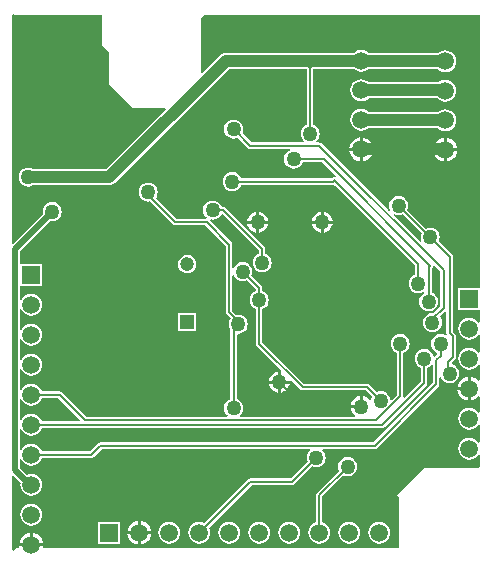
<source format=gbl>
G04 Layer_Physical_Order=2*
G04 Layer_Color=16711680*
%FSLAX44Y44*%
%MOMM*%
G71*
G01*
G75*
%ADD24C,0.5000*%
%ADD25C,1.0000*%
%ADD26C,0.2000*%
%ADD27C,0.2032*%
%ADD28R,1.5000X1.5000*%
%ADD29C,1.5000*%
%ADD30R,1.1938X1.1938*%
%ADD31C,1.1938*%
%ADD32C,1.4986*%
%ADD33R,1.5000X1.5000*%
%ADD34C,1.2700*%
G36*
X192358Y243590D02*
X193649Y241909D01*
X195330Y240618D01*
X197288Y239807D01*
X199390Y239531D01*
X201492Y239807D01*
X202798Y240348D01*
X210607Y232540D01*
Y231093D01*
X209300Y230552D01*
X207619Y229261D01*
X206328Y227580D01*
X205517Y225621D01*
X205240Y223520D01*
X205517Y221418D01*
X206328Y219460D01*
X207619Y217779D01*
X209300Y216488D01*
X210607Y215947D01*
Y186690D01*
X210817Y185637D01*
X211413Y184743D01*
X232109Y164048D01*
X231516Y162846D01*
Y155316D01*
X239046D01*
X240248Y155909D01*
X248243Y147914D01*
X248243Y147913D01*
X249137Y147317D01*
X250190Y147107D01*
X250190Y147107D01*
X303660D01*
X308929Y141838D01*
X308387Y140532D01*
X308186Y139006D01*
X306859Y138650D01*
X306060Y139690D01*
X304203Y141115D01*
X302041Y142011D01*
X300990Y142149D01*
Y133350D01*
X299720D01*
Y132080D01*
X290921D01*
X291059Y131029D01*
X291955Y128867D01*
X293380Y127010D01*
X294770Y125943D01*
X294339Y124673D01*
X197427D01*
X196996Y125943D01*
X197511Y126339D01*
X198802Y128020D01*
X199613Y129979D01*
X199890Y132080D01*
X199613Y134181D01*
X198802Y136140D01*
X197511Y137821D01*
X195830Y139112D01*
X194523Y139653D01*
Y194257D01*
X195478Y195094D01*
X195580Y195081D01*
X197682Y195357D01*
X199640Y196168D01*
X201321Y197459D01*
X202612Y199140D01*
X203423Y201098D01*
X203699Y203200D01*
X203423Y205301D01*
X202612Y207260D01*
X201321Y208941D01*
X199640Y210232D01*
X197682Y211043D01*
X195580Y211320D01*
X194090Y211123D01*
X190713Y214500D01*
Y244244D01*
X191983Y244497D01*
X192358Y243590D01*
D02*
G37*
G36*
X329369Y295687D02*
X331470Y295410D01*
X333572Y295687D01*
X334878Y296229D01*
X350839Y280268D01*
X350297Y278962D01*
X350020Y276860D01*
X350297Y274758D01*
X350917Y273262D01*
X349840Y272543D01*
X327153Y295230D01*
X327872Y296307D01*
X329369Y295687D01*
D02*
G37*
G36*
X360467Y168333D02*
Y153540D01*
X310010Y103083D01*
X78740D01*
X77687Y102873D01*
X76793Y102277D01*
X69980Y95463D01*
X29138D01*
X28356Y97350D01*
X26881Y99271D01*
X24960Y100746D01*
X22722Y101673D01*
X20320Y101989D01*
X17918Y101673D01*
X15680Y100746D01*
X13758Y99271D01*
X12284Y97350D01*
X11902Y96428D01*
X10632Y96681D01*
Y114139D01*
X11902Y114391D01*
X12284Y113470D01*
X13758Y111549D01*
X15680Y110074D01*
X17918Y109147D01*
X20320Y108831D01*
X22722Y109147D01*
X24960Y110074D01*
X26881Y111549D01*
X28356Y113470D01*
X29138Y115357D01*
X317500D01*
X318554Y115567D01*
X319447Y116163D01*
X355007Y151723D01*
X355603Y152617D01*
X355813Y153670D01*
X355813Y153670D01*
Y166417D01*
X357120Y166958D01*
X358801Y168249D01*
X359197Y168764D01*
X360467Y168333D01*
D02*
G37*
G36*
X62031Y122036D02*
X61545Y120863D01*
X29138D01*
X28356Y122750D01*
X26881Y124671D01*
X24960Y126146D01*
X22722Y127073D01*
X20320Y127389D01*
X17918Y127073D01*
X15680Y126146D01*
X13758Y124671D01*
X12284Y122750D01*
X11902Y121828D01*
X10632Y122081D01*
Y139539D01*
X11902Y139791D01*
X12284Y138870D01*
X13758Y136948D01*
X15680Y135474D01*
X17918Y134547D01*
X20320Y134231D01*
X22722Y134547D01*
X24960Y135474D01*
X26881Y136948D01*
X28356Y138870D01*
X29138Y140757D01*
X43310D01*
X62031Y122036D01*
D02*
G37*
G36*
X6350Y464820D02*
X80010D01*
Y439420D01*
X86360Y433070D01*
Y406400D01*
X105410Y387350D01*
Y386080D01*
X133564D01*
X134050Y384907D01*
X83561Y334418D01*
X22197D01*
X21840Y334692D01*
X19882Y335503D01*
X17780Y335779D01*
X15678Y335503D01*
X13720Y334692D01*
X12039Y333401D01*
X10748Y331720D01*
X9937Y329762D01*
X9661Y327660D01*
X9937Y325559D01*
X10748Y323600D01*
X12039Y321919D01*
X13720Y320628D01*
X15678Y319817D01*
X17780Y319541D01*
X19882Y319817D01*
X21840Y320628D01*
X22197Y320902D01*
X86360D01*
X88109Y321133D01*
X89739Y321808D01*
X91138Y322882D01*
X187820Y419563D01*
X252686D01*
X253161Y419199D01*
X253787Y418940D01*
Y372063D01*
X252480Y371522D01*
X250799Y370231D01*
X249508Y368550D01*
X248697Y366591D01*
X248421Y364490D01*
X248697Y362388D01*
X249508Y360430D01*
X250799Y358749D01*
X251314Y358353D01*
X250883Y357083D01*
X206880D01*
X199072Y364892D01*
X199613Y366199D01*
X199890Y368300D01*
X199613Y370401D01*
X198802Y372360D01*
X197511Y374041D01*
X195830Y375332D01*
X193871Y376143D01*
X191770Y376419D01*
X189669Y376143D01*
X187710Y375332D01*
X186029Y374041D01*
X184738Y372360D01*
X183927Y370401D01*
X183650Y368300D01*
X183927Y366199D01*
X184738Y364240D01*
X186029Y362559D01*
X187710Y361268D01*
X189669Y360457D01*
X191770Y360181D01*
X193871Y360457D01*
X195178Y360998D01*
X203793Y352383D01*
X203793Y352383D01*
X204687Y351787D01*
X205740Y351577D01*
X239164D01*
X239417Y350307D01*
X238510Y349932D01*
X236829Y348641D01*
X235538Y346960D01*
X234727Y345001D01*
X234450Y342900D01*
X234727Y340798D01*
X235538Y338840D01*
X236829Y337159D01*
X238510Y335868D01*
X240469Y335057D01*
X242570Y334781D01*
X244671Y335057D01*
X246630Y335868D01*
X248311Y337159D01*
X249602Y338840D01*
X250136Y340131D01*
X266823D01*
X277995Y328958D01*
X277370Y327788D01*
X276860Y327889D01*
X275800Y327678D01*
X274902Y327078D01*
X274902Y327078D01*
X274443Y326619D01*
X198066D01*
X197532Y327910D01*
X196241Y329591D01*
X194560Y330882D01*
X192602Y331693D01*
X190500Y331969D01*
X188398Y331693D01*
X186440Y330882D01*
X184759Y329591D01*
X183468Y327910D01*
X182657Y325951D01*
X182381Y323850D01*
X182657Y321749D01*
X183468Y319790D01*
X184759Y318109D01*
X186440Y316818D01*
X188398Y316007D01*
X190500Y315730D01*
X192602Y316007D01*
X194560Y316818D01*
X196241Y318109D01*
X197532Y319790D01*
X198066Y321081D01*
X275590D01*
X275590Y321081D01*
X276650Y321292D01*
X276723Y321341D01*
X345211Y252853D01*
Y245056D01*
X343920Y244522D01*
X342239Y243231D01*
X340948Y241550D01*
X340137Y239592D01*
X339860Y237490D01*
X340137Y235389D01*
X340948Y233430D01*
X342239Y231749D01*
X343920Y230458D01*
X345878Y229647D01*
X347980Y229370D01*
X350081Y229647D01*
X352040Y230458D01*
X352235Y230608D01*
X353484Y229966D01*
X353471Y229555D01*
X352810Y229282D01*
X351129Y227991D01*
X349838Y226310D01*
X349027Y224352D01*
X348750Y222250D01*
X349027Y220149D01*
X349838Y218190D01*
X351129Y216509D01*
X352810Y215218D01*
X354768Y214407D01*
X356870Y214130D01*
X358971Y214407D01*
X360930Y215218D01*
X362611Y216509D01*
X363902Y218190D01*
X364713Y220149D01*
X364990Y222250D01*
X364713Y224352D01*
X363902Y226310D01*
X362611Y227991D01*
X360930Y229282D01*
X359815Y229743D01*
Y250489D01*
X360098Y250772D01*
X360098Y250772D01*
X360698Y251670D01*
X360770Y252031D01*
X362148Y252449D01*
X366817Y247780D01*
Y218310D01*
X360974Y212467D01*
X360045Y212589D01*
X357943Y212313D01*
X355985Y211502D01*
X354304Y210211D01*
X353013Y208530D01*
X352202Y206572D01*
X351926Y204470D01*
X352202Y202369D01*
X353013Y200410D01*
X354304Y198729D01*
X355985Y197438D01*
X357943Y196627D01*
X360045Y196350D01*
X362146Y196627D01*
X364105Y197438D01*
X365786Y198729D01*
X367077Y200410D01*
X367888Y202369D01*
X368164Y204470D01*
X367888Y206572D01*
X367077Y208530D01*
X366098Y209805D01*
X370627Y214334D01*
X371897Y213808D01*
Y195580D01*
X372103Y194545D01*
X372065Y194490D01*
X371146Y193679D01*
X371090Y193722D01*
X369132Y194533D01*
X367030Y194809D01*
X364929Y194533D01*
X362970Y193722D01*
X361289Y192431D01*
X359998Y190750D01*
X359187Y188792D01*
X358910Y186690D01*
X359187Y184589D01*
X359998Y182630D01*
X361289Y180949D01*
X362970Y179658D01*
X364277Y179117D01*
Y177670D01*
X362244Y175637D01*
X360903Y176091D01*
X360092Y178050D01*
X358801Y179731D01*
X357120Y181022D01*
X355162Y181833D01*
X353060Y182110D01*
X350959Y181833D01*
X349000Y181022D01*
X347319Y179731D01*
X346028Y178050D01*
X345217Y176091D01*
X344940Y173990D01*
X345217Y171889D01*
X346028Y169930D01*
X347319Y168249D01*
X349000Y166958D01*
X350307Y166417D01*
Y154810D01*
X336577Y141080D01*
X335406Y141706D01*
X335493Y142141D01*
X335493Y142142D01*
Y179117D01*
X336800Y179658D01*
X338481Y180949D01*
X339772Y182630D01*
X340583Y184589D01*
X340859Y186690D01*
X340583Y188792D01*
X339772Y190750D01*
X338481Y192431D01*
X336800Y193722D01*
X334841Y194533D01*
X332740Y194809D01*
X330639Y194533D01*
X328680Y193722D01*
X326999Y192431D01*
X325708Y190750D01*
X324897Y188792D01*
X324621Y186690D01*
X324897Y184589D01*
X325708Y182630D01*
X326999Y180949D01*
X328680Y179658D01*
X329987Y179117D01*
Y143282D01*
X325573Y138868D01*
X324232Y139323D01*
X324073Y140532D01*
X323262Y142490D01*
X321971Y144171D01*
X320290Y145462D01*
X318332Y146273D01*
X316230Y146550D01*
X314128Y146273D01*
X312822Y145731D01*
X306747Y151807D01*
X305854Y152403D01*
X304800Y152613D01*
X251330D01*
X216113Y187830D01*
Y215947D01*
X217420Y216488D01*
X219101Y217779D01*
X220392Y219460D01*
X221203Y221418D01*
X221479Y223520D01*
X221203Y225621D01*
X220392Y227580D01*
X219101Y229261D01*
X217420Y230552D01*
X216113Y231093D01*
Y233680D01*
X215903Y234734D01*
X215307Y235627D01*
X215306Y235627D01*
X206691Y244242D01*
X207233Y245548D01*
X207509Y247650D01*
X207233Y249751D01*
X206422Y251710D01*
X205131Y253391D01*
X203450Y254682D01*
X201492Y255493D01*
X199390Y255770D01*
X197288Y255493D01*
X195330Y254682D01*
X193649Y253391D01*
X192358Y251710D01*
X191983Y250803D01*
X190713Y251056D01*
Y270510D01*
X190503Y271563D01*
X189907Y272457D01*
X171749Y290615D01*
X172342Y291817D01*
X173990Y291600D01*
X176091Y291877D01*
X178050Y292688D01*
X179731Y293979D01*
X181022Y295660D01*
X181089Y295822D01*
X182587Y296120D01*
X213147Y265560D01*
Y262843D01*
X211840Y262302D01*
X210159Y261011D01*
X208868Y259330D01*
X208057Y257372D01*
X207780Y255270D01*
X208057Y253169D01*
X208868Y251210D01*
X210159Y249529D01*
X211840Y248238D01*
X213799Y247427D01*
X215900Y247150D01*
X218001Y247427D01*
X219960Y248238D01*
X221641Y249529D01*
X222932Y251210D01*
X223743Y253169D01*
X224020Y255270D01*
X223743Y257372D01*
X222932Y259330D01*
X221641Y261011D01*
X219960Y262302D01*
X218653Y262843D01*
Y266700D01*
X218653Y266700D01*
X218443Y267754D01*
X217847Y268647D01*
X217847Y268647D01*
X184827Y301667D01*
X183934Y302263D01*
X182880Y302473D01*
X181563D01*
X181022Y303780D01*
X179731Y305461D01*
X178050Y306752D01*
X176091Y307563D01*
X173990Y307840D01*
X171889Y307563D01*
X169930Y306752D01*
X168249Y305461D01*
X166958Y303780D01*
X166147Y301821D01*
X165870Y299720D01*
X166147Y297619D01*
X166958Y295660D01*
X168249Y293979D01*
X168764Y293583D01*
X168333Y292313D01*
X143380D01*
X125709Y309984D01*
X126412Y310900D01*
X127223Y312859D01*
X127500Y314960D01*
X127223Y317062D01*
X126412Y319020D01*
X125121Y320701D01*
X123440Y321992D01*
X121482Y322803D01*
X119380Y323079D01*
X117278Y322803D01*
X115320Y321992D01*
X113639Y320701D01*
X112348Y319020D01*
X111537Y317062D01*
X111260Y314960D01*
X111537Y312859D01*
X112348Y310900D01*
X113639Y309219D01*
X115320Y307928D01*
X117278Y307117D01*
X119380Y306840D01*
X120870Y307037D01*
X140293Y287613D01*
X141187Y287017D01*
X142240Y286807D01*
X167770D01*
X185207Y269370D01*
Y213360D01*
X185417Y212306D01*
X186013Y211413D01*
X189251Y208176D01*
X188548Y207260D01*
X187737Y205301D01*
X187460Y203200D01*
X187737Y201098D01*
X188548Y199140D01*
X189017Y198529D01*
Y139653D01*
X187710Y139112D01*
X186029Y137821D01*
X184738Y136140D01*
X183927Y134181D01*
X183650Y132080D01*
X183927Y129979D01*
X184738Y128020D01*
X186029Y126339D01*
X186544Y125943D01*
X186113Y124673D01*
X67180D01*
X46397Y145457D01*
X45504Y146053D01*
X44450Y146263D01*
X29138D01*
X28356Y148150D01*
X26881Y150071D01*
X24960Y151546D01*
X22722Y152473D01*
X20320Y152789D01*
X17918Y152473D01*
X15680Y151546D01*
X13758Y150071D01*
X12284Y148150D01*
X11902Y147228D01*
X10632Y147481D01*
Y164939D01*
X11902Y165191D01*
X12284Y164270D01*
X13758Y162348D01*
X15680Y160874D01*
X17918Y159947D01*
X20320Y159631D01*
X22722Y159947D01*
X24960Y160874D01*
X26881Y162348D01*
X28356Y164270D01*
X29283Y166508D01*
X29599Y168910D01*
X29283Y171312D01*
X28356Y173550D01*
X26881Y175471D01*
X24960Y176946D01*
X22722Y177873D01*
X20320Y178189D01*
X17918Y177873D01*
X15680Y176946D01*
X13758Y175471D01*
X12284Y173550D01*
X11902Y172628D01*
X10632Y172881D01*
Y190339D01*
X11902Y190592D01*
X12284Y189670D01*
X13758Y187749D01*
X15680Y186274D01*
X17918Y185347D01*
X20320Y185031D01*
X22722Y185347D01*
X24960Y186274D01*
X26881Y187749D01*
X28356Y189670D01*
X29283Y191908D01*
X29599Y194310D01*
X29283Y196712D01*
X28356Y198950D01*
X26881Y200872D01*
X24960Y202346D01*
X22722Y203273D01*
X20320Y203589D01*
X17918Y203273D01*
X15680Y202346D01*
X13758Y200872D01*
X12284Y198950D01*
X11902Y198029D01*
X10632Y198281D01*
Y215739D01*
X11902Y215991D01*
X12284Y215070D01*
X13758Y213148D01*
X15680Y211674D01*
X17918Y210747D01*
X20320Y210431D01*
X22722Y210747D01*
X24960Y211674D01*
X26881Y213148D01*
X28356Y215070D01*
X29283Y217308D01*
X29599Y219710D01*
X29283Y222112D01*
X28356Y224350D01*
X26881Y226271D01*
X24960Y227746D01*
X22722Y228673D01*
X20320Y228989D01*
X17918Y228673D01*
X15680Y227746D01*
X13758Y226271D01*
X12284Y224350D01*
X11902Y223428D01*
X10632Y223681D01*
Y234842D01*
X11120Y235910D01*
X11902Y235910D01*
X29520D01*
Y254310D01*
X11902D01*
X11120Y254310D01*
X10632Y255378D01*
Y264926D01*
X36277Y290571D01*
X38100Y290331D01*
X40202Y290607D01*
X42160Y291418D01*
X43841Y292709D01*
X45132Y294390D01*
X45943Y296348D01*
X46220Y298450D01*
X45943Y300551D01*
X45132Y302510D01*
X43841Y304191D01*
X42160Y305482D01*
X40202Y306293D01*
X38100Y306569D01*
X35998Y306293D01*
X34040Y305482D01*
X32359Y304191D01*
X31068Y302510D01*
X30257Y300551D01*
X29980Y298450D01*
X30221Y296627D01*
X4983Y271389D01*
X3810Y271875D01*
Y464820D01*
X5080Y466090D01*
X6350Y464820D01*
D02*
G37*
G36*
X400050Y233990D02*
X381960D01*
Y215590D01*
X400050D01*
Y205003D01*
X398780Y204572D01*
X397721Y205951D01*
X395800Y207426D01*
X393562Y208353D01*
X391160Y208669D01*
X388758Y208353D01*
X386520Y207426D01*
X384599Y205951D01*
X383124Y204030D01*
X382197Y201792D01*
X381881Y199390D01*
X382197Y196988D01*
X383124Y194750D01*
X384599Y192829D01*
X386520Y191354D01*
X388758Y190427D01*
X391160Y190111D01*
X393562Y190427D01*
X395800Y191354D01*
X397721Y192829D01*
X398780Y194208D01*
X400050Y193777D01*
Y179603D01*
X398780Y179172D01*
X397721Y180551D01*
X395800Y182026D01*
X393562Y182953D01*
X391160Y183269D01*
X388758Y182953D01*
X386520Y182026D01*
X384599Y180551D01*
X383124Y178630D01*
X382197Y176392D01*
X381881Y173990D01*
X382197Y171588D01*
X383124Y169350D01*
X384599Y167428D01*
X386520Y165954D01*
X388758Y165027D01*
X391160Y164711D01*
X393562Y165027D01*
X395800Y165954D01*
X397721Y167428D01*
X398780Y168808D01*
X400050Y168377D01*
Y155583D01*
X398780Y155152D01*
X398321Y155751D01*
X396223Y157360D01*
X393781Y158372D01*
X392430Y158549D01*
Y148590D01*
Y138631D01*
X393781Y138808D01*
X396223Y139820D01*
X398321Y141429D01*
X398780Y142028D01*
X400050Y141597D01*
Y128803D01*
X398780Y128372D01*
X397721Y129752D01*
X395800Y131226D01*
X393562Y132153D01*
X391160Y132469D01*
X388758Y132153D01*
X386520Y131226D01*
X384599Y129752D01*
X383124Y127830D01*
X382197Y125592D01*
X381881Y123190D01*
X382197Y120788D01*
X383124Y118550D01*
X384599Y116629D01*
X386520Y115154D01*
X388758Y114227D01*
X391160Y113911D01*
X393562Y114227D01*
X395800Y115154D01*
X397721Y116629D01*
X398780Y118008D01*
X400050Y117577D01*
Y103403D01*
X398780Y102972D01*
X397721Y104352D01*
X395800Y105826D01*
X393562Y106753D01*
X391160Y107069D01*
X388758Y106753D01*
X386520Y105826D01*
X384599Y104352D01*
X383124Y102430D01*
X382197Y100192D01*
X381881Y97790D01*
X382197Y95388D01*
X383124Y93150D01*
X384599Y91229D01*
X386520Y89754D01*
X388758Y88827D01*
X391160Y88511D01*
X393562Y88827D01*
X395800Y89754D01*
X397721Y91229D01*
X398780Y92608D01*
X400050Y92177D01*
Y82550D01*
X398780Y81280D01*
X353060D01*
X330200Y58420D01*
X331470Y57150D01*
Y13970D01*
X31075D01*
X30238Y14925D01*
X30279Y15240D01*
X10361D01*
X10402Y14925D01*
X9565Y13970D01*
X7620D01*
X5080Y11430D01*
X3810Y12700D01*
Y74835D01*
X4983Y75321D01*
X11268Y69036D01*
X11041Y67310D01*
X11357Y64908D01*
X12284Y62670D01*
X13758Y60749D01*
X15680Y59274D01*
X17918Y58347D01*
X20320Y58031D01*
X22722Y58347D01*
X24960Y59274D01*
X26881Y60749D01*
X28356Y62670D01*
X29283Y64908D01*
X29599Y67310D01*
X29283Y69712D01*
X28356Y71950D01*
X26881Y73871D01*
X24960Y75346D01*
X22722Y76273D01*
X20320Y76589D01*
X17918Y76273D01*
X16663Y75753D01*
X10632Y81784D01*
Y88739D01*
X11902Y88991D01*
X12284Y88070D01*
X13758Y86149D01*
X15680Y84674D01*
X17918Y83747D01*
X20320Y83431D01*
X22722Y83747D01*
X24960Y84674D01*
X26881Y86149D01*
X28356Y88070D01*
X29138Y89957D01*
X71120D01*
X72174Y90167D01*
X73067Y90763D01*
X79880Y97577D01*
X255963D01*
X256394Y96307D01*
X255879Y95911D01*
X254588Y94230D01*
X253777Y92271D01*
X253500Y90170D01*
X253777Y88069D01*
X254319Y86762D01*
X240160Y72603D01*
X205740D01*
X204687Y72393D01*
X203793Y71797D01*
X166848Y34852D01*
X164962Y35633D01*
X162560Y35949D01*
X160158Y35633D01*
X157920Y34706D01*
X155998Y33231D01*
X154524Y31310D01*
X153597Y29072D01*
X153281Y26670D01*
X153597Y24268D01*
X154524Y22030D01*
X155998Y20108D01*
X157920Y18634D01*
X160158Y17707D01*
X162560Y17391D01*
X164962Y17707D01*
X167200Y18634D01*
X169121Y20108D01*
X170596Y22030D01*
X171523Y24268D01*
X171839Y26670D01*
X171523Y29072D01*
X170742Y30958D01*
X206880Y67097D01*
X241300D01*
X242353Y67307D01*
X243247Y67903D01*
X258212Y82868D01*
X259519Y82327D01*
X261620Y82051D01*
X263722Y82327D01*
X265680Y83138D01*
X267361Y84429D01*
X268652Y86110D01*
X269463Y88069D01*
X269739Y90170D01*
X269463Y92271D01*
X268652Y94230D01*
X267361Y95911D01*
X266846Y96307D01*
X267277Y97577D01*
X311150D01*
X312204Y97787D01*
X313097Y98383D01*
X365167Y150453D01*
X365763Y151347D01*
X365973Y152400D01*
X365973Y152400D01*
Y157884D01*
X367243Y158137D01*
X367618Y157230D01*
X368909Y155549D01*
X370590Y154258D01*
X372548Y153447D01*
X374650Y153170D01*
X376752Y153447D01*
X378710Y154258D01*
X380391Y155549D01*
X381682Y157230D01*
X382493Y159188D01*
X382770Y161290D01*
X382493Y163391D01*
X381682Y165350D01*
X380391Y167031D01*
X378710Y168322D01*
X376752Y169133D01*
X376453Y169172D01*
X376296Y170473D01*
X379137Y173313D01*
X379733Y174207D01*
X379943Y175260D01*
Y193040D01*
X379733Y194093D01*
X379137Y194987D01*
X379137Y194987D01*
X377403Y196720D01*
Y260350D01*
X377403Y260350D01*
X377193Y261404D01*
X376597Y262297D01*
X365442Y273452D01*
X365983Y274758D01*
X366259Y276860D01*
X365983Y278962D01*
X365172Y280920D01*
X363881Y282601D01*
X362200Y283892D01*
X360242Y284703D01*
X358140Y284979D01*
X356039Y284703D01*
X354732Y284161D01*
X338772Y300122D01*
X339313Y301429D01*
X339590Y303530D01*
X339313Y305632D01*
X338502Y307590D01*
X337211Y309271D01*
X335530Y310562D01*
X333572Y311373D01*
X331470Y311649D01*
X329369Y311373D01*
X327410Y310562D01*
X325729Y309271D01*
X324438Y307590D01*
X323627Y305632D01*
X323350Y303530D01*
X323627Y301429D01*
X324247Y299932D01*
X323170Y299213D01*
X266107Y356277D01*
X265214Y356873D01*
X264160Y357083D01*
X262197D01*
X261766Y358353D01*
X262281Y358749D01*
X263572Y360430D01*
X264383Y362388D01*
X264660Y364490D01*
X264383Y366591D01*
X263572Y368550D01*
X262281Y370231D01*
X260600Y371522D01*
X259293Y372063D01*
Y418940D01*
X259919Y419199D01*
X260394Y419563D01*
X293426D01*
X295084Y418291D01*
X297320Y417365D01*
X299720Y417049D01*
X302120Y417365D01*
X304356Y418291D01*
X306014Y419563D01*
X364132D01*
X364283Y419366D01*
X366204Y417892D01*
X368440Y416966D01*
X370840Y416650D01*
X373240Y416966D01*
X375476Y417892D01*
X377397Y419366D01*
X378870Y421286D01*
X379796Y423523D01*
X380112Y425922D01*
X379796Y428322D01*
X378870Y430559D01*
X377397Y432479D01*
X375476Y433952D01*
X373240Y434879D01*
X370840Y435195D01*
X368440Y434879D01*
X366204Y433952D01*
X365065Y433079D01*
X306014D01*
X304356Y434351D01*
X302120Y435278D01*
X299720Y435593D01*
X297320Y435278D01*
X295084Y434351D01*
X293426Y433079D01*
X185021D01*
X183272Y432849D01*
X181642Y432174D01*
X180243Y431100D01*
X165003Y415860D01*
X163830Y416346D01*
Y462280D01*
X166370Y464820D01*
X400050D01*
Y233990D01*
D02*
G37*
%LPC*%
G36*
X239045Y152776D02*
X231516D01*
Y145246D01*
X232567Y145385D01*
X234729Y146280D01*
X236586Y147705D01*
X238011Y149562D01*
X238907Y151725D01*
X239045Y152776D01*
D02*
G37*
G36*
X298450Y142149D02*
X297399Y142011D01*
X295237Y141115D01*
X293380Y139690D01*
X291955Y137833D01*
X291059Y135671D01*
X290921Y134620D01*
X298450D01*
Y142149D01*
D02*
G37*
G36*
X228976Y152776D02*
X221446D01*
X221585Y151725D01*
X222480Y149562D01*
X223905Y147705D01*
X225762Y146280D01*
X227925Y145385D01*
X228976Y145246D01*
Y152776D01*
D02*
G37*
G36*
Y162845D02*
X227925Y162707D01*
X225762Y161811D01*
X223905Y160386D01*
X222480Y158529D01*
X221585Y156367D01*
X221446Y155316D01*
X228976D01*
Y162845D01*
D02*
G37*
G36*
X265430Y298360D02*
X264379Y298221D01*
X262217Y297325D01*
X260360Y295900D01*
X258935Y294043D01*
X258039Y291881D01*
X257901Y290830D01*
X265430D01*
Y298360D01*
D02*
G37*
G36*
X267970D02*
Y290830D01*
X275499D01*
X275361Y291881D01*
X274465Y294043D01*
X273040Y295900D01*
X271183Y297325D01*
X269021Y298221D01*
X267970Y298360D01*
D02*
G37*
G36*
X213360D02*
Y290830D01*
X220889D01*
X220751Y291881D01*
X219855Y294043D01*
X218430Y295900D01*
X216573Y297325D01*
X214411Y298221D01*
X213360Y298360D01*
D02*
G37*
G36*
X160069Y212901D02*
X144731D01*
Y197563D01*
X160069D01*
Y212901D01*
D02*
G37*
G36*
X152400Y261735D02*
X150398Y261472D01*
X148532Y260699D01*
X146930Y259470D01*
X145701Y257868D01*
X144928Y256002D01*
X144665Y254000D01*
X144928Y251998D01*
X145701Y250132D01*
X146930Y248530D01*
X148532Y247301D01*
X150398Y246528D01*
X152400Y246265D01*
X154402Y246528D01*
X156268Y247301D01*
X157870Y248530D01*
X159099Y250132D01*
X159872Y251998D01*
X160135Y254000D01*
X159872Y256002D01*
X159099Y257868D01*
X157870Y259470D01*
X156268Y260699D01*
X154402Y261472D01*
X152400Y261735D01*
D02*
G37*
G36*
X275499Y288290D02*
X267970D01*
Y280760D01*
X269021Y280899D01*
X271183Y281795D01*
X273040Y283220D01*
X274465Y285077D01*
X275361Y287239D01*
X275499Y288290D01*
D02*
G37*
G36*
X210820Y298360D02*
X209769Y298221D01*
X207607Y297325D01*
X205750Y295900D01*
X204325Y294043D01*
X203429Y291881D01*
X203291Y290830D01*
X210820D01*
Y298360D01*
D02*
G37*
G36*
X265430Y288290D02*
X257901D01*
X258039Y287239D01*
X258935Y285077D01*
X260360Y283220D01*
X262217Y281795D01*
X264379Y280899D01*
X265430Y280760D01*
Y288290D01*
D02*
G37*
G36*
X210820D02*
X203291D01*
X203429Y287239D01*
X204325Y285077D01*
X205750Y283220D01*
X207607Y281795D01*
X209769Y280899D01*
X210820Y280760D01*
Y288290D01*
D02*
G37*
G36*
X220889D02*
X213360D01*
Y280760D01*
X214411Y280899D01*
X216573Y281795D01*
X218430Y283220D01*
X219855Y285077D01*
X220751Y287239D01*
X220889Y288290D01*
D02*
G37*
G36*
X20320Y51189D02*
X17918Y50873D01*
X15680Y49946D01*
X13758Y48471D01*
X12284Y46550D01*
X11357Y44312D01*
X11041Y41910D01*
X11357Y39508D01*
X12284Y37270D01*
X13758Y35348D01*
X15680Y33874D01*
X17918Y32947D01*
X20320Y32631D01*
X22722Y32947D01*
X24960Y33874D01*
X26881Y35348D01*
X28356Y37270D01*
X29283Y39508D01*
X29599Y41910D01*
X29283Y44312D01*
X28356Y46550D01*
X26881Y48471D01*
X24960Y49946D01*
X22722Y50873D01*
X20320Y51189D01*
D02*
G37*
G36*
X288290Y90669D02*
X286189Y90393D01*
X284230Y89582D01*
X282549Y88291D01*
X281258Y86610D01*
X280447Y84651D01*
X280170Y82550D01*
X280447Y80449D01*
X280989Y79142D01*
X262213Y60367D01*
X261617Y59474D01*
X261407Y58420D01*
Y35488D01*
X259520Y34706D01*
X257598Y33231D01*
X256124Y31310D01*
X255197Y29072D01*
X254881Y26670D01*
X255197Y24268D01*
X256124Y22030D01*
X257598Y20108D01*
X259520Y18634D01*
X261758Y17707D01*
X264160Y17391D01*
X266562Y17707D01*
X268800Y18634D01*
X270721Y20108D01*
X272196Y22030D01*
X273123Y24268D01*
X273439Y26670D01*
X273123Y29072D01*
X272196Y31310D01*
X270721Y33231D01*
X268800Y34706D01*
X266913Y35488D01*
Y57280D01*
X284882Y75248D01*
X286189Y74707D01*
X288290Y74430D01*
X290392Y74707D01*
X292350Y75518D01*
X294031Y76809D01*
X295322Y78490D01*
X296133Y80449D01*
X296409Y82550D01*
X296133Y84651D01*
X295322Y86610D01*
X294031Y88291D01*
X292350Y89582D01*
X290392Y90393D01*
X288290Y90669D01*
D02*
G37*
G36*
X110490Y36629D02*
X109139Y36452D01*
X106697Y35440D01*
X104599Y33831D01*
X102990Y31733D01*
X101978Y29291D01*
X101801Y27940D01*
X110490D01*
Y36629D01*
D02*
G37*
G36*
X113030D02*
Y27940D01*
X121719D01*
X121542Y29291D01*
X120530Y31733D01*
X118921Y33831D01*
X116823Y35440D01*
X114381Y36452D01*
X113030Y36629D01*
D02*
G37*
G36*
X389890Y147320D02*
X381201D01*
X381378Y145969D01*
X382390Y143527D01*
X383999Y141429D01*
X386097Y139820D01*
X388539Y138808D01*
X389890Y138631D01*
Y147320D01*
D02*
G37*
G36*
X299720Y410592D02*
X297320Y410276D01*
X295084Y409350D01*
X293164Y407877D01*
X291690Y405956D01*
X290764Y403720D01*
X290448Y401320D01*
X290764Y398920D01*
X291690Y396684D01*
X293164Y394763D01*
X295084Y393290D01*
X297320Y392364D01*
X299720Y392048D01*
X302120Y392364D01*
X304356Y393290D01*
X306014Y394562D01*
X364132D01*
X364283Y394365D01*
X366204Y392891D01*
X368440Y391965D01*
X370840Y391649D01*
X373240Y391965D01*
X375476Y392891D01*
X377397Y394365D01*
X378870Y396285D01*
X379796Y398521D01*
X380112Y400921D01*
X379796Y403321D01*
X378870Y405557D01*
X377397Y407478D01*
X375476Y408951D01*
X373240Y409878D01*
X370840Y410193D01*
X368440Y409878D01*
X366204Y408951D01*
X365065Y408078D01*
X306014D01*
X304356Y409350D01*
X302120Y410276D01*
X299720Y410592D01*
D02*
G37*
G36*
X187960Y35949D02*
X185558Y35633D01*
X183320Y34706D01*
X181399Y33231D01*
X179924Y31310D01*
X178997Y29072D01*
X178681Y26670D01*
X178997Y24268D01*
X179924Y22030D01*
X181399Y20108D01*
X183320Y18634D01*
X185558Y17707D01*
X187960Y17391D01*
X190362Y17707D01*
X192600Y18634D01*
X194522Y20108D01*
X195996Y22030D01*
X196923Y24268D01*
X197239Y26670D01*
X196923Y29072D01*
X195996Y31310D01*
X194522Y33231D01*
X192600Y34706D01*
X190362Y35633D01*
X187960Y35949D01*
D02*
G37*
G36*
X213360D02*
X210958Y35633D01*
X208720Y34706D01*
X206798Y33231D01*
X205324Y31310D01*
X204397Y29072D01*
X204081Y26670D01*
X204397Y24268D01*
X205324Y22030D01*
X206798Y20108D01*
X208720Y18634D01*
X210958Y17707D01*
X213360Y17391D01*
X215762Y17707D01*
X218000Y18634D01*
X219921Y20108D01*
X221396Y22030D01*
X222323Y24268D01*
X222639Y26670D01*
X222323Y29072D01*
X221396Y31310D01*
X219921Y33231D01*
X218000Y34706D01*
X215762Y35633D01*
X213360Y35949D01*
D02*
G37*
G36*
X137160D02*
X134758Y35633D01*
X132520Y34706D01*
X130598Y33231D01*
X129124Y31310D01*
X128197Y29072D01*
X127881Y26670D01*
X128197Y24268D01*
X129124Y22030D01*
X130598Y20108D01*
X132520Y18634D01*
X134758Y17707D01*
X137160Y17391D01*
X139562Y17707D01*
X141800Y18634D01*
X143722Y20108D01*
X145196Y22030D01*
X146123Y24268D01*
X146439Y26670D01*
X146123Y29072D01*
X145196Y31310D01*
X143722Y33231D01*
X141800Y34706D01*
X139562Y35633D01*
X137160Y35949D01*
D02*
G37*
G36*
X110490Y25400D02*
X101801D01*
X101978Y24049D01*
X102990Y21607D01*
X104599Y19509D01*
X106697Y17900D01*
X109139Y16888D01*
X110490Y16711D01*
Y25400D01*
D02*
G37*
G36*
X121719D02*
X113030D01*
Y16711D01*
X114381Y16888D01*
X116823Y17900D01*
X118921Y19509D01*
X120530Y21607D01*
X121542Y24049D01*
X121719Y25400D01*
D02*
G37*
G36*
X238760Y35949D02*
X236358Y35633D01*
X234120Y34706D01*
X232199Y33231D01*
X230724Y31310D01*
X229797Y29072D01*
X229481Y26670D01*
X229797Y24268D01*
X230724Y22030D01*
X232199Y20108D01*
X234120Y18634D01*
X236358Y17707D01*
X238760Y17391D01*
X241162Y17707D01*
X243400Y18634D01*
X245322Y20108D01*
X246796Y22030D01*
X247723Y24268D01*
X248039Y26670D01*
X247723Y29072D01*
X246796Y31310D01*
X245322Y33231D01*
X243400Y34706D01*
X241162Y35633D01*
X238760Y35949D01*
D02*
G37*
G36*
X19050Y26469D02*
X17699Y26292D01*
X15257Y25280D01*
X13159Y23671D01*
X11550Y21573D01*
X10538Y19131D01*
X10361Y17780D01*
X19050D01*
Y26469D01*
D02*
G37*
G36*
X21590D02*
Y17780D01*
X30279D01*
X30102Y19131D01*
X29090Y21573D01*
X27481Y23671D01*
X25383Y25280D01*
X22941Y26292D01*
X21590Y26469D01*
D02*
G37*
G36*
X95560Y35870D02*
X77160D01*
Y17470D01*
X95560D01*
Y35870D01*
D02*
G37*
G36*
X289560Y35949D02*
X287158Y35633D01*
X284920Y34706D01*
X282999Y33231D01*
X281524Y31310D01*
X280597Y29072D01*
X280281Y26670D01*
X280597Y24268D01*
X281524Y22030D01*
X282999Y20108D01*
X284920Y18634D01*
X287158Y17707D01*
X289560Y17391D01*
X291962Y17707D01*
X294200Y18634D01*
X296122Y20108D01*
X297596Y22030D01*
X298523Y24268D01*
X298839Y26670D01*
X298523Y29072D01*
X297596Y31310D01*
X296122Y33231D01*
X294200Y34706D01*
X291962Y35633D01*
X289560Y35949D01*
D02*
G37*
G36*
X314960D02*
X312558Y35633D01*
X310320Y34706D01*
X308398Y33231D01*
X306924Y31310D01*
X305997Y29072D01*
X305681Y26670D01*
X305997Y24268D01*
X306924Y22030D01*
X308398Y20108D01*
X310320Y18634D01*
X312558Y17707D01*
X314960Y17391D01*
X317362Y17707D01*
X319600Y18634D01*
X321521Y20108D01*
X322996Y22030D01*
X323923Y24268D01*
X324239Y26670D01*
X323923Y29072D01*
X322996Y31310D01*
X321521Y33231D01*
X319600Y34706D01*
X317362Y35633D01*
X314960Y35949D01*
D02*
G37*
G36*
X380792Y349649D02*
X372110D01*
Y340966D01*
X373459Y341144D01*
X375900Y342155D01*
X377996Y343763D01*
X379604Y345859D01*
X380615Y348300D01*
X380792Y349649D01*
D02*
G37*
G36*
X298450Y350048D02*
X289768D01*
X289945Y348698D01*
X290956Y346258D01*
X292564Y344162D01*
X294660Y342554D01*
X297101Y341543D01*
X298450Y341365D01*
Y350048D01*
D02*
G37*
G36*
X369570Y349649D02*
X360888D01*
X361065Y348300D01*
X362076Y345859D01*
X363684Y343763D01*
X365780Y342155D01*
X368221Y341144D01*
X369570Y340966D01*
Y349649D01*
D02*
G37*
G36*
X298450Y361270D02*
X297101Y361092D01*
X294660Y360081D01*
X292564Y358473D01*
X290956Y356377D01*
X289945Y353937D01*
X289768Y352588D01*
X298450D01*
Y361270D01*
D02*
G37*
G36*
X300990D02*
Y352588D01*
X309672D01*
X309495Y353937D01*
X308484Y356377D01*
X306876Y358473D01*
X304780Y360081D01*
X302339Y361092D01*
X300990Y361270D01*
D02*
G37*
G36*
X372110Y360871D02*
Y352189D01*
X380792D01*
X380615Y353538D01*
X379604Y355979D01*
X377996Y358074D01*
X375900Y359683D01*
X373459Y360694D01*
X372110Y360871D01*
D02*
G37*
G36*
X309672Y350048D02*
X300990D01*
Y341365D01*
X302339Y341543D01*
X304780Y342554D01*
X306876Y344162D01*
X308484Y346258D01*
X309495Y348698D01*
X309672Y350048D01*
D02*
G37*
G36*
X369570Y360871D02*
X368221Y360694D01*
X365780Y359683D01*
X363684Y358074D01*
X362076Y355979D01*
X361065Y353538D01*
X360888Y352189D01*
X369570D01*
Y360871D01*
D02*
G37*
G36*
X299720Y385591D02*
X297320Y385275D01*
X295084Y384349D01*
X293164Y382875D01*
X291690Y380955D01*
X290764Y378719D01*
X290448Y376319D01*
X290764Y373919D01*
X291690Y371683D01*
X293164Y369762D01*
X295084Y368289D01*
X297320Y367362D01*
X299720Y367047D01*
X302120Y367362D01*
X304356Y368289D01*
X306014Y369561D01*
X364132D01*
X364283Y369364D01*
X366204Y367890D01*
X368440Y366964D01*
X370840Y366648D01*
X373240Y366964D01*
X375476Y367890D01*
X377397Y369364D01*
X378870Y371284D01*
X379796Y373520D01*
X380112Y375920D01*
X379796Y378320D01*
X378870Y380556D01*
X377397Y382477D01*
X375476Y383950D01*
X373240Y384876D01*
X370840Y385192D01*
X368440Y384876D01*
X366204Y383950D01*
X365065Y383077D01*
X306014D01*
X304356Y384349D01*
X302120Y385275D01*
X299720Y385591D01*
D02*
G37*
G36*
X389890Y158549D02*
X388539Y158372D01*
X386097Y157360D01*
X383999Y155751D01*
X382390Y153653D01*
X381378Y151211D01*
X381201Y149860D01*
X389890D01*
Y158549D01*
D02*
G37*
%LPD*%
D24*
X6350Y266700D02*
X38100Y298450D01*
X6350Y80010D02*
Y266700D01*
Y80010D02*
X19050Y67310D01*
X20320D01*
D25*
X255270Y426321D02*
X299720D01*
X255270D02*
X256540Y425051D01*
X299720Y426321D02*
X370441D01*
X370840Y425922D01*
X299720Y401320D02*
X370441D01*
X370840Y400921D01*
X299720Y376319D02*
X370441D01*
X370840Y375920D01*
X299720Y351318D02*
X370441D01*
X370840Y350919D01*
X185021Y426321D02*
X255270D01*
X17780Y327660D02*
X86360D01*
X185021Y426321D01*
D26*
X111760Y26670D02*
Y38100D01*
X102870Y46990D02*
X111760Y38100D01*
X377190Y175260D02*
Y193040D01*
X373380Y171450D02*
X377190Y175260D01*
X373380Y161290D02*
X374650D01*
Y195580D02*
X377190Y193040D01*
X374650Y195580D02*
Y260350D01*
X358140Y276860D02*
X374650Y260350D01*
X367030Y176530D02*
Y186690D01*
X363220Y172720D02*
X367030Y176530D01*
X363220Y152400D02*
Y172720D01*
X311150Y100330D02*
X363220Y152400D01*
X353060Y153670D02*
Y173990D01*
X317500Y118110D02*
X353060Y153670D01*
X213360Y186690D02*
Y223520D01*
Y186690D02*
X250190Y149860D01*
X304800D01*
X316230Y138430D01*
X332740Y142141D02*
Y186690D01*
X66040Y121920D02*
X312519D01*
X332740Y142141D01*
X230246Y154046D02*
X250942Y133350D01*
X299720D01*
X20320Y143510D02*
X44450D01*
X66040Y121920D01*
X20320Y118110D02*
X317500D01*
X20320Y92710D02*
X71120D01*
X78740Y100330D01*
X311150D01*
X264160Y26670D02*
Y58420D01*
X288290Y82550D01*
X162560Y26670D02*
X205740Y69850D01*
X241300D01*
X261620Y90170D01*
X230246Y154046D02*
X233680Y157480D01*
X191770Y199390D02*
X195580Y203200D01*
X191770Y132080D02*
Y199390D01*
X331470Y303530D02*
X358140Y276860D01*
X264160Y354330D02*
X369570Y248920D01*
Y217170D02*
Y248920D01*
X205740Y354330D02*
X264160D01*
X195580Y203200D02*
Y205740D01*
X199390Y247650D02*
X213360Y233680D01*
Y223520D02*
Y233680D01*
X187960Y213360D02*
X195580Y205740D01*
X256540Y364490D02*
Y425051D01*
X187960Y213360D02*
Y270510D01*
X142240Y289560D02*
X168910D01*
X187960Y270510D01*
X119380Y312420D02*
X142240Y289560D01*
X119380Y312420D02*
Y314960D01*
X173990Y299720D02*
X182880D01*
X191770Y368300D02*
X205740Y354330D01*
X72390Y46990D02*
X102870D01*
X20320Y16510D02*
X41910D01*
X72390Y46990D01*
X212090Y289560D02*
X266700D01*
X215900Y255270D02*
Y266700D01*
X182880Y299720D02*
X215900Y266700D01*
X360045Y207645D02*
X369570Y217170D01*
X360045Y204470D02*
Y207645D01*
X373380Y161290D02*
Y171450D01*
D27*
X267970Y342900D02*
X358140Y252730D01*
X242570Y342900D02*
X267970D01*
X347980Y237490D02*
Y254000D01*
X276860Y325120D02*
X347980Y254000D01*
X275590Y323850D02*
X276860Y325120D01*
X190500Y323850D02*
X275590D01*
X357046Y251636D02*
X358140Y252730D01*
X356870Y222250D02*
X357046Y222426D01*
Y251636D01*
D28*
X391160Y224790D02*
D03*
X20320Y245110D02*
D03*
D29*
X391160Y199390D02*
D03*
Y173990D02*
D03*
Y148590D02*
D03*
Y123190D02*
D03*
Y97790D02*
D03*
X20320Y16510D02*
D03*
Y41910D02*
D03*
Y67310D02*
D03*
Y92710D02*
D03*
Y219710D02*
D03*
Y194310D02*
D03*
Y168910D02*
D03*
Y143510D02*
D03*
Y118110D02*
D03*
X314960Y26670D02*
D03*
X289560D02*
D03*
X264160D02*
D03*
X238760D02*
D03*
X213360D02*
D03*
X187960D02*
D03*
X162560D02*
D03*
X137160D02*
D03*
X111760D02*
D03*
D30*
X152400Y205232D02*
D03*
D31*
Y254000D02*
D03*
D32*
X299720Y426321D02*
D03*
Y401320D02*
D03*
Y376319D02*
D03*
Y351318D02*
D03*
X370840Y425922D02*
D03*
Y400921D02*
D03*
Y375920D02*
D03*
Y350919D02*
D03*
D33*
X86360Y26670D02*
D03*
D34*
X38100Y298450D02*
D03*
X374650Y161290D02*
D03*
X353060Y173990D02*
D03*
X367030Y186690D02*
D03*
X316230Y138430D02*
D03*
X299720Y133350D02*
D03*
X332740Y186690D02*
D03*
X288290Y82550D02*
D03*
X261620Y90170D02*
D03*
X230246Y154046D02*
D03*
X191770Y132080D02*
D03*
X331470Y303530D02*
D03*
X358140Y276860D02*
D03*
X213360Y223520D02*
D03*
X195580Y203200D02*
D03*
X199390Y247650D02*
D03*
X347980Y237490D02*
D03*
X242570Y342900D02*
D03*
X256540Y364490D02*
D03*
X212090Y289560D02*
D03*
X119380Y314960D02*
D03*
X17780Y327660D02*
D03*
X173990Y299720D02*
D03*
X191770Y368300D02*
D03*
X266700Y289560D02*
D03*
X190500Y323850D02*
D03*
X215900Y255270D02*
D03*
X360045Y204470D02*
D03*
X356870Y222250D02*
D03*
M02*

</source>
